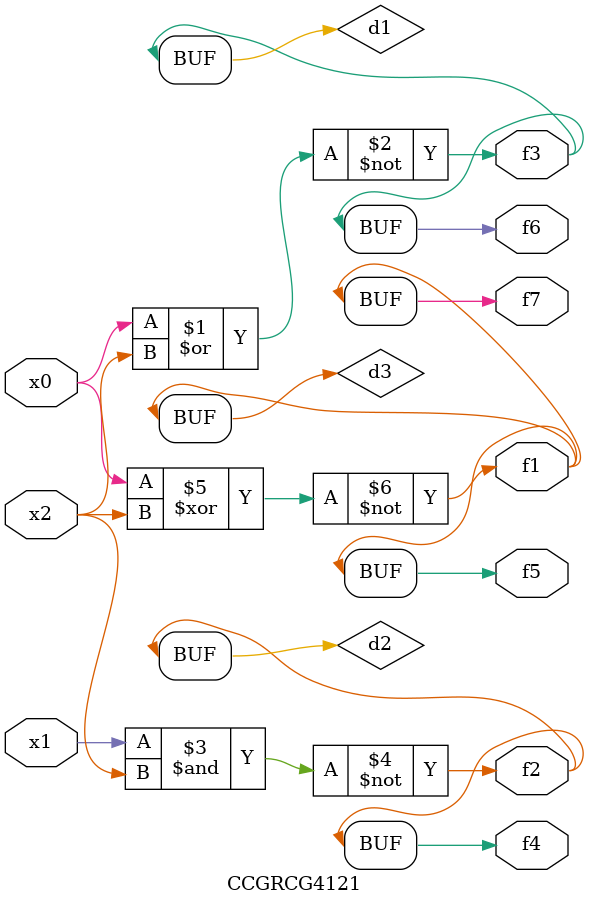
<source format=v>
module CCGRCG4121(
	input x0, x1, x2,
	output f1, f2, f3, f4, f5, f6, f7
);

	wire d1, d2, d3;

	nor (d1, x0, x2);
	nand (d2, x1, x2);
	xnor (d3, x0, x2);
	assign f1 = d3;
	assign f2 = d2;
	assign f3 = d1;
	assign f4 = d2;
	assign f5 = d3;
	assign f6 = d1;
	assign f7 = d3;
endmodule

</source>
